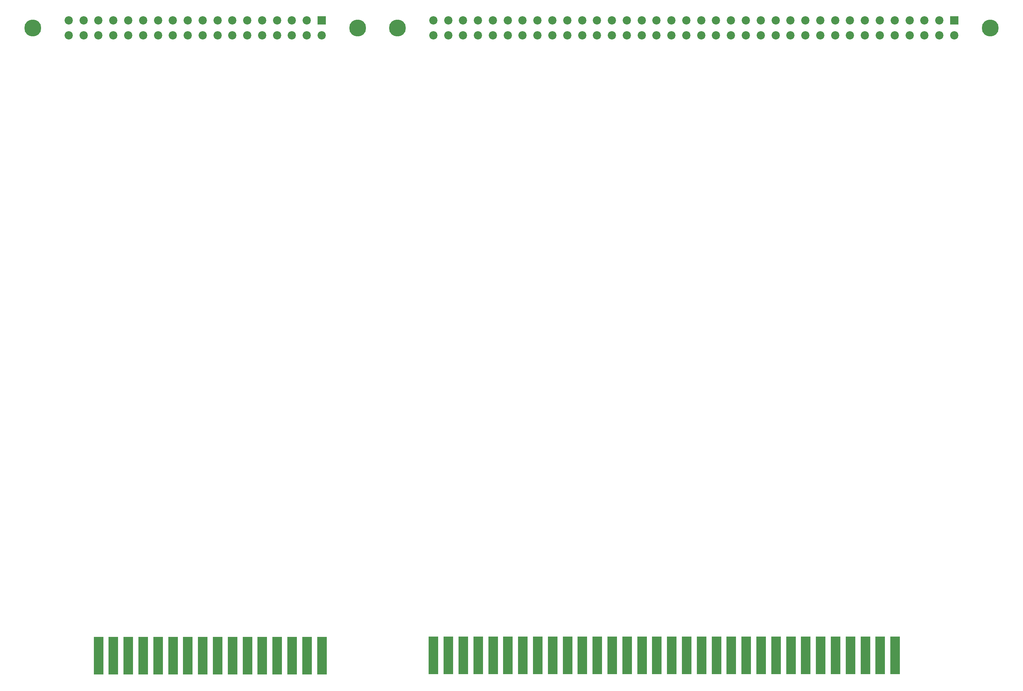
<source format=gbr>
%TF.GenerationSoftware,KiCad,Pcbnew,(5.1.10-1-10_14)*%
%TF.CreationDate,2021-06-26T12:10:23+10:00*%
%TF.ProjectId,EXTENDER CARDS,45585445-4e44-4455-9220-43415244532e,rev?*%
%TF.SameCoordinates,Original*%
%TF.FileFunction,Soldermask,Bot*%
%TF.FilePolarity,Negative*%
%FSLAX46Y46*%
G04 Gerber Fmt 4.6, Leading zero omitted, Abs format (unit mm)*
G04 Created by KiCad (PCBNEW (5.1.10-1-10_14)) date 2021-06-26 12:10:23*
%MOMM*%
%LPD*%
G01*
G04 APERTURE LIST*
%ADD10R,2.540000X10.000000*%
%ADD11C,2.200000*%
%ADD12C,4.500000*%
%ADD13R,2.200000X2.200000*%
G04 APERTURE END LIST*
D10*
%TO.C,J3*%
X53164000Y-260000000D03*
X57126400Y-260000000D03*
X61088800Y-260000000D03*
X65051200Y-260000000D03*
X69013600Y-260000000D03*
X72976000Y-260000000D03*
X76938400Y-260000000D03*
X80900800Y-260000000D03*
X84863200Y-260000000D03*
X88825600Y-260000000D03*
X92788000Y-260000000D03*
X96750400Y-260000000D03*
X100712800Y-260000000D03*
X104675200Y-260000000D03*
X108637600Y-260000000D03*
X112600000Y-260000000D03*
%TD*%
D11*
%TO.C,J2*%
X142250000Y-94980000D03*
X142250000Y-91020000D03*
D12*
X290400000Y-93000000D03*
X132700000Y-93000000D03*
D13*
X280850000Y-91020000D03*
D11*
X276890000Y-91020000D03*
X272930000Y-91020000D03*
X268970000Y-91020000D03*
X265010000Y-91020000D03*
X261050000Y-91020000D03*
X257090000Y-91020000D03*
X253130000Y-91020000D03*
X249170000Y-91020000D03*
X245210000Y-91020000D03*
X241250000Y-91020000D03*
X237290000Y-91020000D03*
X233330000Y-91020000D03*
X229370000Y-91020000D03*
X225410000Y-91020000D03*
X221450000Y-91020000D03*
X217490000Y-91020000D03*
X213530000Y-91020000D03*
X209570000Y-91020000D03*
X205610000Y-91020000D03*
X201650000Y-91020000D03*
X197690000Y-91020000D03*
X193730000Y-91020000D03*
X189770000Y-91020000D03*
X185810000Y-91020000D03*
X181850000Y-91020000D03*
X177890000Y-91020000D03*
X173930000Y-91020000D03*
X169970000Y-91020000D03*
X166010000Y-91020000D03*
X162050000Y-91020000D03*
X158090000Y-91020000D03*
X154130000Y-91020000D03*
X150170000Y-91020000D03*
X146210000Y-91020000D03*
X280850000Y-94980000D03*
X276890000Y-94980000D03*
X272930000Y-94980000D03*
X268970000Y-94980000D03*
X265010000Y-94980000D03*
X261050000Y-94980000D03*
X257090000Y-94980000D03*
X253130000Y-94980000D03*
X249170000Y-94980000D03*
X245210000Y-94980000D03*
X241250000Y-94980000D03*
X237290000Y-94980000D03*
X233330000Y-94980000D03*
X229370000Y-94980000D03*
X225410000Y-94980000D03*
X221450000Y-94980000D03*
X217490000Y-94980000D03*
X213530000Y-94980000D03*
X209570000Y-94980000D03*
X205610000Y-94980000D03*
X201650000Y-94980000D03*
X197690000Y-94980000D03*
X193730000Y-94980000D03*
X189770000Y-94980000D03*
X185810000Y-94980000D03*
X181850000Y-94980000D03*
X177890000Y-94980000D03*
X173930000Y-94980000D03*
X169970000Y-94980000D03*
X166010000Y-94980000D03*
X162050000Y-94980000D03*
X158090000Y-94980000D03*
X154130000Y-94980000D03*
X150170000Y-94980000D03*
X146210000Y-94980000D03*
%TD*%
D12*
%TO.C,J4*%
X122100000Y-92990000D03*
X35680000Y-92990000D03*
D13*
X112550000Y-91010000D03*
D11*
X108590000Y-91010000D03*
X104630000Y-91010000D03*
X100670000Y-91010000D03*
X96710000Y-91010000D03*
X92750000Y-91010000D03*
X88790000Y-91010000D03*
X84830000Y-91010000D03*
X80870000Y-91010000D03*
X76910000Y-91010000D03*
X72950000Y-91010000D03*
X68990000Y-91010000D03*
X65030000Y-91010000D03*
X61070000Y-91010000D03*
X57110000Y-91010000D03*
X53150000Y-91010000D03*
X49190000Y-91010000D03*
X45230000Y-91010000D03*
X112550000Y-94970000D03*
X108590000Y-94970000D03*
X104630000Y-94970000D03*
X100670000Y-94970000D03*
X96710000Y-94970000D03*
X92750000Y-94970000D03*
X88790000Y-94970000D03*
X84830000Y-94970000D03*
X80870000Y-94970000D03*
X76910000Y-94970000D03*
X72950000Y-94970000D03*
X68990000Y-94970000D03*
X65030000Y-94970000D03*
X61070000Y-94970000D03*
X57110000Y-94970000D03*
X53150000Y-94970000D03*
X49190000Y-94970000D03*
X45230000Y-94970000D03*
%TD*%
D10*
%TO.C,J1*%
X146262400Y-259900000D03*
X142300000Y-259900000D03*
X189848800Y-259900000D03*
X185886400Y-259900000D03*
X181924000Y-259900000D03*
X177961600Y-259900000D03*
X173999200Y-259900000D03*
X170036800Y-259900000D03*
X166074400Y-259900000D03*
X162112000Y-259900000D03*
X158149600Y-259900000D03*
X154187200Y-259900000D03*
X150224800Y-259900000D03*
X193811200Y-259900000D03*
X197773600Y-259900000D03*
X201736000Y-259900000D03*
X205698400Y-259900000D03*
X209660800Y-259900000D03*
X213623200Y-259900000D03*
X217585600Y-259900000D03*
X221548000Y-259900000D03*
X225510400Y-259900000D03*
X229472800Y-259900000D03*
X233435200Y-259900000D03*
X237397600Y-259900000D03*
X241360000Y-259900000D03*
X245322400Y-259900000D03*
X249284800Y-259900000D03*
X253247200Y-259900000D03*
X257209600Y-259900000D03*
X261172000Y-259900000D03*
X265134400Y-259900000D03*
%TD*%
M02*

</source>
